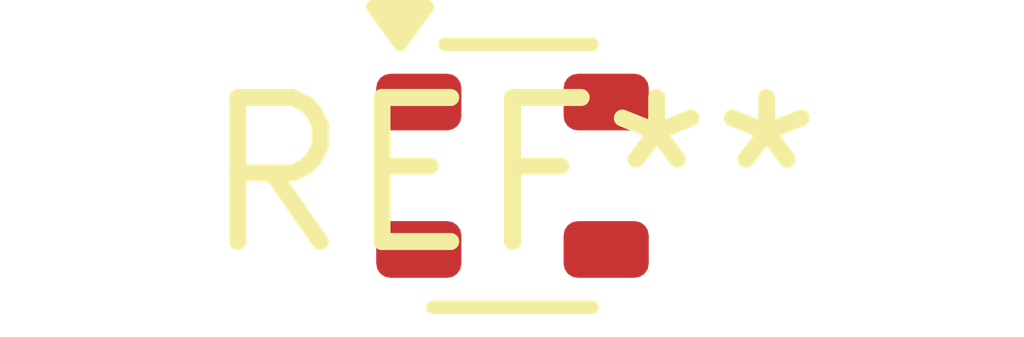
<source format=kicad_pcb>
(kicad_pcb (version 20240108) (generator pcbnew)
  (layers (0 "F.Cu" signal) (31 "B.Cu" signal) (34 "B.Paste" user) (35 "F.Paste" user) (36 "B.SilkS" user "B.Silkscreen") (37 "F.SilkS" user "F.Silkscreen") (38 "B.Mask" user) (39 "F.Mask" user) (44 "Edge.Cuts" user))
  (net 0 "")
  (footprint "SC-82AB" (layer "F.Cu") (at 0 0)
    (property "Reference" "REF**")
    (property "Value" "SC-82AB")
    (fp_line (start -0.7 1.16) (end 0.7 1.16) (layer "F.SilkS") (stroke (width 0.12)))
    (fp_line (start -0.595 -1.16) (end 0.7 -1.16) (layer "F.SilkS") (stroke (width 0.12)))
    (fp_poly (pts (xy -0.99 -1.16) (xy -0.75 -1.49) (xy -1.23 -1.49) (xy -0.99 -1.16)) (layer "F.SilkS") (stroke (width 0.12)) (fill solid))
    (pad "1" smd roundrect (at -0.825 -0.65) (size 0.75 0.5) (layers "F.Cu" "F.Paste" "F.Mask"))
    (pad "2" smd roundrect (at -0.825 0.65) (size 0.75 0.5) (layers "F.Cu" "F.Paste" "F.Mask"))
    (pad "3" smd roundrect (at 0.825 0.65) (size 0.75 0.5) (layers "F.Cu" "F.Paste" "F.Mask"))
    (pad "4" smd roundrect (at 0.825 -0.65) (size 0.75 0.5) (layers "F.Cu" "F.Paste" "F.Mask"))
  )
)
</source>
